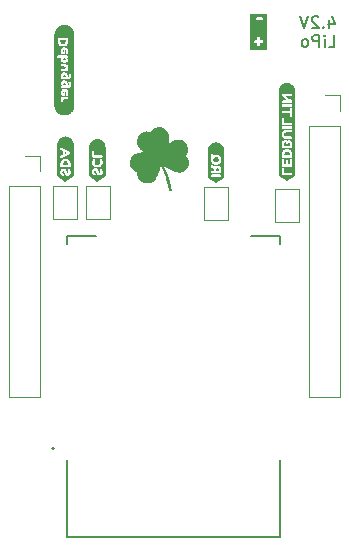
<source format=gbr>
%TF.GenerationSoftware,KiCad,Pcbnew,(6.0.7-1)-1*%
%TF.CreationDate,2022-11-20T21:12:54+11:00*%
%TF.ProjectId,esp32-clover,65737033-322d-4636-9c6f-7665722e6b69,rev?*%
%TF.SameCoordinates,Original*%
%TF.FileFunction,Legend,Bot*%
%TF.FilePolarity,Positive*%
%FSLAX46Y46*%
G04 Gerber Fmt 4.6, Leading zero omitted, Abs format (unit mm)*
G04 Created by KiCad (PCBNEW (6.0.7-1)-1) date 2022-11-20 21:12:54*
%MOMM*%
%LPD*%
G01*
G04 APERTURE LIST*
%ADD10C,0.150000*%
%ADD11C,0.120000*%
%ADD12C,0.127000*%
%ADD13C,0.200000*%
G04 APERTURE END LIST*
D10*
X112602380Y-34780714D02*
X112602380Y-35447380D01*
X112840476Y-34399761D02*
X113078571Y-35114047D01*
X112459523Y-35114047D01*
X112078571Y-35352142D02*
X112030952Y-35399761D01*
X112078571Y-35447380D01*
X112126190Y-35399761D01*
X112078571Y-35352142D01*
X112078571Y-35447380D01*
X111650000Y-34542619D02*
X111602380Y-34495000D01*
X111507142Y-34447380D01*
X111269047Y-34447380D01*
X111173809Y-34495000D01*
X111126190Y-34542619D01*
X111078571Y-34637857D01*
X111078571Y-34733095D01*
X111126190Y-34875952D01*
X111697619Y-35447380D01*
X111078571Y-35447380D01*
X110792857Y-34447380D02*
X110459523Y-35447380D01*
X110126190Y-34447380D01*
X112530952Y-37057380D02*
X113007142Y-37057380D01*
X113007142Y-36057380D01*
X112197619Y-37057380D02*
X112197619Y-36390714D01*
X112197619Y-36057380D02*
X112245238Y-36105000D01*
X112197619Y-36152619D01*
X112150000Y-36105000D01*
X112197619Y-36057380D01*
X112197619Y-36152619D01*
X111721428Y-37057380D02*
X111721428Y-36057380D01*
X111340476Y-36057380D01*
X111245238Y-36105000D01*
X111197619Y-36152619D01*
X111150000Y-36247857D01*
X111150000Y-36390714D01*
X111197619Y-36485952D01*
X111245238Y-36533571D01*
X111340476Y-36581190D01*
X111721428Y-36581190D01*
X110578571Y-37057380D02*
X110673809Y-37009761D01*
X110721428Y-36962142D01*
X110769047Y-36866904D01*
X110769047Y-36581190D01*
X110721428Y-36485952D01*
X110673809Y-36438333D01*
X110578571Y-36390714D01*
X110435714Y-36390714D01*
X110340476Y-36438333D01*
X110292857Y-36485952D01*
X110245238Y-36581190D01*
X110245238Y-36866904D01*
X110292857Y-36962142D01*
X110340476Y-37009761D01*
X110435714Y-37057380D01*
X110578571Y-37057380D01*
%TO.C,kibuzzard-6379A99C*%
G36*
X92255851Y-45478088D02*
G01*
X92265895Y-45410379D01*
X92282527Y-45343980D01*
X92305587Y-45279531D01*
X92334853Y-45217653D01*
X92370043Y-45158941D01*
X92410819Y-45103962D01*
X92456788Y-45053243D01*
X92507506Y-45007275D01*
X92562485Y-44966499D01*
X92621197Y-44931309D01*
X92683075Y-44902043D01*
X92747524Y-44878983D01*
X92813923Y-44862351D01*
X92881632Y-44852307D01*
X92950000Y-44848948D01*
X93018368Y-44852307D01*
X93086077Y-44862351D01*
X93152476Y-44878983D01*
X93216925Y-44902043D01*
X93278803Y-44931309D01*
X93337515Y-44966499D01*
X93392494Y-45007275D01*
X93443212Y-45053243D01*
X93489181Y-45103962D01*
X93529957Y-45158941D01*
X93565147Y-45217653D01*
X93594413Y-45279531D01*
X93617473Y-45343980D01*
X93634105Y-45410379D01*
X93644149Y-45478088D01*
X93647508Y-45546456D01*
X93647508Y-47986047D01*
X92950000Y-48451052D01*
X92252492Y-47986047D01*
X92252492Y-47619731D01*
X92500539Y-47619731D01*
X92503962Y-47674202D01*
X92514231Y-47725697D01*
X92548164Y-47806659D01*
X92585669Y-47860237D01*
X92621983Y-47894765D01*
X92635080Y-47905481D01*
X92703541Y-47936437D01*
X92738813Y-47923638D01*
X92783908Y-47885240D01*
X92812483Y-47822137D01*
X92797600Y-47782251D01*
X92752952Y-47729268D01*
X92714256Y-47681643D01*
X92695802Y-47624493D01*
X92705856Y-47562978D01*
X92736018Y-47526068D01*
X92786289Y-47513765D01*
X92832128Y-47544126D01*
X92858917Y-47619731D01*
X92869782Y-47666761D01*
X92885706Y-47717362D01*
X92905798Y-47767964D01*
X92929164Y-47814993D01*
X92961460Y-47856517D01*
X93008341Y-47890598D01*
X93068021Y-47913369D01*
X93138714Y-47920959D01*
X93205588Y-47912294D01*
X93266508Y-47886299D01*
X93321475Y-47842973D01*
X93364801Y-47784699D01*
X93390796Y-47713856D01*
X93399461Y-47630447D01*
X93394847Y-47562134D01*
X93381006Y-47500073D01*
X93343502Y-47418515D01*
X93320880Y-47388750D01*
X93262539Y-47351840D01*
X93197055Y-47380415D01*
X93152406Y-47421492D01*
X93137523Y-47463759D01*
X93161336Y-47525672D01*
X93173242Y-47539364D01*
X93188720Y-47557818D01*
X93204198Y-47621517D01*
X93185744Y-47685811D01*
X93134547Y-47711409D01*
X93081564Y-47681048D01*
X93054180Y-47605443D01*
X93045101Y-47558116D01*
X93032153Y-47506622D01*
X93015633Y-47455127D01*
X92995839Y-47407800D01*
X92966520Y-47366277D01*
X92921425Y-47332195D01*
X92862340Y-47309424D01*
X92791052Y-47301834D01*
X92718275Y-47309573D01*
X92654725Y-47332790D01*
X92602486Y-47368509D01*
X92563642Y-47413753D01*
X92528585Y-47479502D01*
X92507551Y-47548161D01*
X92500539Y-47619731D01*
X92252492Y-47619731D01*
X92252492Y-46786889D01*
X92500539Y-46786889D01*
X92504260Y-46843741D01*
X92515422Y-46901189D01*
X92535365Y-46959827D01*
X92565428Y-47020251D01*
X92604421Y-47078443D01*
X92651153Y-47130384D01*
X92708898Y-47174884D01*
X92780931Y-47210751D01*
X92863531Y-47234415D01*
X92952977Y-47242303D01*
X93041529Y-47234564D01*
X93121450Y-47211347D01*
X93190506Y-47176074D01*
X93246466Y-47132170D01*
X93291858Y-47080527D01*
X93329214Y-47022037D01*
X93364933Y-46944117D01*
X93386364Y-46865933D01*
X93393508Y-46787484D01*
X93389192Y-46731078D01*
X93376244Y-46673779D01*
X93341120Y-46586268D01*
X93324452Y-46557693D01*
X93303020Y-46524356D01*
X93246466Y-46493400D01*
X93180386Y-46518403D01*
X93132166Y-46562456D01*
X93116092Y-46601747D01*
X93142286Y-46662468D01*
X93172647Y-46720809D01*
X93182767Y-46795818D01*
X93169373Y-46872614D01*
X93129189Y-46948218D01*
X93055370Y-47007750D01*
X93004620Y-47025609D01*
X92947619Y-47031562D01*
X92890618Y-47025609D01*
X92839867Y-47007750D01*
X92764858Y-46947028D01*
X92725567Y-46872911D01*
X92712470Y-46795818D01*
X92721995Y-46726167D01*
X92741045Y-46679137D01*
X92756523Y-46657706D01*
X92780336Y-46600556D01*
X92763667Y-46562158D01*
X92713661Y-46520784D01*
X92646986Y-46494590D01*
X92605314Y-46510664D01*
X92575548Y-46548168D01*
X92550545Y-46589245D01*
X92519589Y-46669612D01*
X92505302Y-46729292D01*
X92500539Y-46786889D01*
X92252492Y-46786889D01*
X92252492Y-46311234D01*
X92512445Y-46311234D01*
X92523756Y-46377314D01*
X92557689Y-46408865D01*
X92618411Y-46416009D01*
X93280398Y-46416009D01*
X93321475Y-46414223D01*
X93353027Y-46402912D01*
X93377137Y-46371361D01*
X93385173Y-46310043D01*
X93374160Y-46243666D01*
X93341120Y-46211222D01*
X93279208Y-46205268D01*
X92688658Y-46205268D01*
X92688658Y-45881418D01*
X92679728Y-45824268D01*
X92651748Y-45800456D01*
X92601147Y-45794503D01*
X92550545Y-45800456D01*
X92524352Y-45820697D01*
X92512445Y-45882609D01*
X92512445Y-46311234D01*
X92252492Y-46311234D01*
X92252492Y-45546456D01*
X92255851Y-45478088D01*
G37*
D11*
%TO.C,JP2*%
X92000000Y-51600000D02*
X94000000Y-51600000D01*
X94000000Y-51600000D02*
X94000000Y-48800000D01*
X92000000Y-48800000D02*
X92000000Y-51600000D01*
X94000000Y-48800000D02*
X92000000Y-48800000D01*
D12*
%TO.C,U4*%
X108400000Y-78550000D02*
X108400000Y-72050000D01*
X90400000Y-78550000D02*
X108400000Y-78550000D01*
X90400000Y-53050000D02*
X92850000Y-53050000D01*
X108400000Y-53050000D02*
X108400000Y-53700000D01*
X105950000Y-53050000D02*
X108400000Y-53050000D01*
X90400000Y-72050000D02*
X90400000Y-78550000D01*
X90400000Y-53700000D02*
X90400000Y-53050000D01*
D13*
X89300000Y-71060000D02*
G75*
G03*
X89300000Y-71060000I-100000J0D01*
G01*
D11*
%TO.C,JP3*%
X91200000Y-48800000D02*
X89200000Y-48800000D01*
X89200000Y-51600000D02*
X91200000Y-51600000D01*
X91200000Y-51600000D02*
X91200000Y-48800000D01*
X89200000Y-48800000D02*
X89200000Y-51600000D01*
%TO.C,J3*%
X88130000Y-48845000D02*
X88130000Y-66685000D01*
X88130000Y-66685000D02*
X85470000Y-66685000D01*
X85470000Y-48845000D02*
X85470000Y-66685000D01*
X88130000Y-47575000D02*
X88130000Y-46245000D01*
X88130000Y-48845000D02*
X85470000Y-48845000D01*
X88130000Y-46245000D02*
X86800000Y-46245000D01*
%TO.C,JP4*%
X110000000Y-49050000D02*
X108000000Y-49050000D01*
X110000000Y-51850000D02*
X110000000Y-49050000D01*
X108000000Y-49050000D02*
X108000000Y-51850000D01*
X108000000Y-51850000D02*
X110000000Y-51850000D01*
%TO.C,G\u002A\u002A\u002A*%
G36*
X98232936Y-43842794D02*
G01*
X98323823Y-43850038D01*
X98410612Y-43865429D01*
X98491471Y-43890272D01*
X98573210Y-43926238D01*
X98593857Y-43936867D01*
X98703696Y-44006251D01*
X98800244Y-44090139D01*
X98882441Y-44187311D01*
X98949227Y-44296550D01*
X98999543Y-44416636D01*
X99007415Y-44441457D01*
X99027915Y-44525528D01*
X99039471Y-44613482D01*
X99042068Y-44708113D01*
X99035691Y-44812214D01*
X99020324Y-44928578D01*
X98995951Y-45060000D01*
X98987576Y-45100042D01*
X98976264Y-45152481D01*
X98966377Y-45196453D01*
X98958756Y-45228243D01*
X98954243Y-45244140D01*
X98951195Y-45252852D01*
X98952013Y-45257292D01*
X98959541Y-45254903D01*
X98976112Y-45244405D01*
X99004058Y-45224518D01*
X99045711Y-45193963D01*
X99067384Y-45178143D01*
X99179620Y-45101024D01*
X99288311Y-45034245D01*
X99391147Y-44979063D01*
X99485814Y-44936739D01*
X99570000Y-44908530D01*
X99625688Y-44896861D01*
X99715721Y-44887264D01*
X99810765Y-44886081D01*
X99903099Y-44893303D01*
X99985000Y-44908925D01*
X100011668Y-44916479D01*
X100134706Y-44963194D01*
X100246709Y-45025828D01*
X100346532Y-45103217D01*
X100433032Y-45194193D01*
X100505065Y-45297590D01*
X100561488Y-45412243D01*
X100601155Y-45536986D01*
X100607981Y-45570915D01*
X100616857Y-45648718D01*
X100619332Y-45733584D01*
X100615575Y-45818958D01*
X100605757Y-45898282D01*
X100590048Y-45965000D01*
X100579991Y-45994219D01*
X100555877Y-46054099D01*
X100527890Y-46114049D01*
X100499134Y-46167629D01*
X100472713Y-46208401D01*
X100447607Y-46241803D01*
X100487836Y-46283401D01*
X100557086Y-46368553D01*
X100614126Y-46467312D01*
X100657279Y-46575649D01*
X100685781Y-46690478D01*
X100698870Y-46808710D01*
X100695781Y-46927258D01*
X100675750Y-47043035D01*
X100659857Y-47098285D01*
X100611227Y-47218164D01*
X100546873Y-47327026D01*
X100468132Y-47423755D01*
X100376346Y-47507229D01*
X100272854Y-47576332D01*
X100158996Y-47629943D01*
X100036111Y-47666945D01*
X99905540Y-47686217D01*
X99899016Y-47686676D01*
X99818164Y-47687256D01*
X99734460Y-47678025D01*
X99645452Y-47658325D01*
X99548687Y-47627500D01*
X99441712Y-47584892D01*
X99322075Y-47529843D01*
X99208886Y-47472392D01*
X99035419Y-47374592D01*
X98867900Y-47268536D01*
X98711006Y-47157245D01*
X98569416Y-47043741D01*
X98567850Y-47044968D01*
X98572939Y-47060195D01*
X98585278Y-47088660D01*
X98603730Y-47127776D01*
X98627153Y-47174952D01*
X98673731Y-47269062D01*
X98800892Y-47551553D01*
X98916716Y-47848700D01*
X99020602Y-48158759D01*
X99111951Y-48479985D01*
X99190162Y-48810635D01*
X99197686Y-48846451D01*
X99210493Y-48909678D01*
X99223131Y-48974548D01*
X99235058Y-49038026D01*
X99245729Y-49097078D01*
X99254601Y-49148667D01*
X99261130Y-49189760D01*
X99264773Y-49217322D01*
X99264985Y-49228317D01*
X99257300Y-49230556D01*
X99233382Y-49235526D01*
X99197349Y-49242236D01*
X99153350Y-49249883D01*
X99133802Y-49253173D01*
X99086130Y-49261086D01*
X99054068Y-49265993D01*
X99034520Y-49268139D01*
X99024390Y-49267770D01*
X99020582Y-49265132D01*
X99020000Y-49260470D01*
X99019688Y-49255712D01*
X99016254Y-49231255D01*
X99009525Y-49191597D01*
X99000113Y-49139873D01*
X98988635Y-49079217D01*
X98975704Y-49012763D01*
X98961934Y-48943646D01*
X98947941Y-48874999D01*
X98934338Y-48809959D01*
X98921740Y-48751658D01*
X98910762Y-48703232D01*
X98859340Y-48498321D01*
X98797887Y-48281555D01*
X98730384Y-48068383D01*
X98657844Y-47861539D01*
X98581275Y-47663758D01*
X98501689Y-47477774D01*
X98420097Y-47306322D01*
X98337509Y-47152135D01*
X98312986Y-47109270D01*
X98285295Y-47227135D01*
X98257196Y-47337222D01*
X98215282Y-47478008D01*
X98167150Y-47618929D01*
X98114038Y-47757131D01*
X98057182Y-47889757D01*
X97997821Y-48013954D01*
X97937191Y-48126865D01*
X97876531Y-48225636D01*
X97817077Y-48307412D01*
X97755934Y-48372898D01*
X97673234Y-48441554D01*
X97580400Y-48502159D01*
X97482599Y-48551383D01*
X97385000Y-48585893D01*
X97341749Y-48594761D01*
X97279998Y-48602257D01*
X97210778Y-48606850D01*
X97140653Y-48608274D01*
X97076185Y-48606262D01*
X97023938Y-48600548D01*
X96991274Y-48594180D01*
X96869769Y-48558077D01*
X96755819Y-48504551D01*
X96651351Y-48435044D01*
X96558291Y-48350992D01*
X96478566Y-48253836D01*
X96414103Y-48145014D01*
X96375524Y-48057589D01*
X96347875Y-47969522D01*
X96332122Y-47878740D01*
X96326410Y-47777477D01*
X96325000Y-47659955D01*
X96275000Y-47643877D01*
X96258742Y-47638227D01*
X96200961Y-47613441D01*
X96137473Y-47580631D01*
X96075374Y-47543649D01*
X96021760Y-47506350D01*
X95938669Y-47432468D01*
X95860016Y-47338645D01*
X95796344Y-47234648D01*
X95748243Y-47122711D01*
X95716303Y-47005067D01*
X95701114Y-46883950D01*
X95703264Y-46761593D01*
X95723344Y-46640230D01*
X95761943Y-46522095D01*
X95809642Y-46425901D01*
X95879549Y-46323242D01*
X95963240Y-46231510D01*
X96058221Y-46153390D01*
X96161995Y-46091566D01*
X96191244Y-46077685D01*
X96265338Y-46047285D01*
X96342506Y-46022980D01*
X96426097Y-46004096D01*
X96519457Y-45989956D01*
X96625936Y-45979887D01*
X96748882Y-45973211D01*
X96912763Y-45966766D01*
X96883903Y-45945883D01*
X96861350Y-45929181D01*
X96794622Y-45876034D01*
X96724771Y-45815673D01*
X96655028Y-45751244D01*
X96588624Y-45685887D01*
X96528788Y-45622747D01*
X96478751Y-45564965D01*
X96441744Y-45515687D01*
X96409564Y-45463429D01*
X96356021Y-45349178D01*
X96320319Y-45228705D01*
X96302702Y-45104370D01*
X96303413Y-44978528D01*
X96322696Y-44853540D01*
X96360794Y-44731761D01*
X96409661Y-44629789D01*
X96478673Y-44526578D01*
X96560982Y-44435941D01*
X96654756Y-44358800D01*
X96758163Y-44296078D01*
X96869369Y-44248697D01*
X96986543Y-44217579D01*
X97107851Y-44203647D01*
X97231461Y-44207824D01*
X97355540Y-44231032D01*
X97365991Y-44233799D01*
X97403945Y-44243437D01*
X97434168Y-44250502D01*
X97450884Y-44253625D01*
X97457562Y-44251023D01*
X97475876Y-44235238D01*
X97500966Y-44207695D01*
X97530016Y-44171323D01*
X97584814Y-44106511D01*
X97677045Y-44022315D01*
X97781489Y-43951861D01*
X97895392Y-43896918D01*
X98015998Y-43859256D01*
X98044962Y-43852860D01*
X98087450Y-43845368D01*
X98128115Y-43841559D01*
X98174197Y-43840884D01*
X98232936Y-43842794D01*
G37*
%TO.C,kibuzzard-6379A9B5*%
G36*
X103066278Y-46371104D02*
G01*
X103124222Y-46393924D01*
X103172641Y-46431958D01*
X103221754Y-46504438D01*
X103238125Y-46584954D01*
X103221605Y-46665321D01*
X103172045Y-46737354D01*
X103123560Y-46775057D01*
X103066212Y-46797679D01*
X103000000Y-46805219D01*
X102933788Y-46797612D01*
X102876440Y-46774792D01*
X102827955Y-46736758D01*
X102778395Y-46664279D01*
X102761875Y-46583763D01*
X102777948Y-46503396D01*
X102826169Y-46431363D01*
X102873926Y-46393660D01*
X102931473Y-46371038D01*
X102998809Y-46363497D01*
X103066278Y-46371104D01*
G37*
G36*
X102306443Y-45759010D02*
G01*
X102316478Y-45691358D01*
X102333096Y-45625016D01*
X102356137Y-45560622D01*
X102385378Y-45498797D01*
X102420538Y-45440135D01*
X102461279Y-45385203D01*
X102507208Y-45334528D01*
X102557883Y-45288599D01*
X102612816Y-45247858D01*
X102671478Y-45212697D01*
X102733303Y-45183456D01*
X102797697Y-45160416D01*
X102864039Y-45143798D01*
X102931691Y-45133763D01*
X103000000Y-45130407D01*
X103068309Y-45133763D01*
X103135961Y-45143798D01*
X103202303Y-45160416D01*
X103266697Y-45183456D01*
X103328522Y-45212697D01*
X103387184Y-45247858D01*
X103442117Y-45288599D01*
X103492792Y-45334528D01*
X103538721Y-45385203D01*
X103579462Y-45440135D01*
X103614622Y-45498797D01*
X103643863Y-45560622D01*
X103666904Y-45625016D01*
X103683522Y-45691358D01*
X103693557Y-45759010D01*
X103696912Y-45827319D01*
X103696912Y-48104985D01*
X103000000Y-48569593D01*
X102303088Y-48104985D01*
X102303088Y-47950601D01*
X102565422Y-47950601D01*
X102576733Y-48016680D01*
X102610666Y-48048232D01*
X102671387Y-48055376D01*
X103333375Y-48055376D01*
X103374452Y-48053590D01*
X103406003Y-48042279D01*
X103430113Y-48010727D01*
X103438150Y-47949410D01*
X103427137Y-47883033D01*
X103394097Y-47850588D01*
X103332184Y-47844635D01*
X102670197Y-47844635D01*
X102628525Y-47846421D01*
X102597569Y-47857732D01*
X102573459Y-47889283D01*
X102565422Y-47950601D01*
X102303088Y-47950601D01*
X102303088Y-47198721D01*
X102558278Y-47198721D01*
X102569589Y-47236821D01*
X102592806Y-47258847D01*
X102626805Y-47274458D01*
X102698640Y-47305414D01*
X102808309Y-47351716D01*
X102805928Y-47388626D01*
X102805928Y-47538644D01*
X102671387Y-47538644D01*
X102630311Y-47540430D01*
X102598759Y-47551741D01*
X102574649Y-47583293D01*
X102566613Y-47644610D01*
X102577626Y-47710690D01*
X102610666Y-47742241D01*
X102672578Y-47749385D01*
X103333375Y-47749385D01*
X103374452Y-47747599D01*
X103406003Y-47736288D01*
X103430113Y-47704736D01*
X103438150Y-47643419D01*
X103438150Y-47386244D01*
X103429683Y-47317056D01*
X103404283Y-47249190D01*
X103361950Y-47182647D01*
X103318492Y-47139190D01*
X103261938Y-47104066D01*
X103195262Y-47080849D01*
X103121444Y-47073110D01*
X103037042Y-47083032D01*
X102963223Y-47112797D01*
X102899988Y-47162407D01*
X102851172Y-47141769D01*
X102788863Y-47114782D01*
X102713059Y-47081444D01*
X102651147Y-47063585D01*
X102609475Y-47082040D01*
X102574947Y-47137404D01*
X102558278Y-47198721D01*
X102303088Y-47198721D01*
X102303088Y-46577810D01*
X102551134Y-46577810D01*
X102559320Y-46666474D01*
X102583877Y-46747920D01*
X102624804Y-46822148D01*
X102682103Y-46889158D01*
X102750713Y-46944634D01*
X102825573Y-46984260D01*
X102906685Y-47008035D01*
X102994047Y-47015960D01*
X103089743Y-47007030D01*
X103179189Y-46980241D01*
X103258514Y-46938569D01*
X103323850Y-46884991D01*
X103375940Y-46820995D01*
X103415528Y-46748069D01*
X103440531Y-46669488D01*
X103448866Y-46588526D01*
X103440903Y-46503321D01*
X103417016Y-46423922D01*
X103377205Y-46350326D01*
X103321469Y-46282535D01*
X103253529Y-46225757D01*
X103177105Y-46185201D01*
X103092199Y-46160868D01*
X102998809Y-46152757D01*
X102933060Y-46157652D01*
X102867576Y-46172336D01*
X102802356Y-46196810D01*
X102748778Y-46118229D01*
X102687461Y-46075366D01*
X102605903Y-46111085D01*
X102566613Y-46147101D01*
X102553516Y-46183713D01*
X102585663Y-46252769D01*
X102608284Y-46286107D01*
X102636859Y-46328969D01*
X102589234Y-46405831D01*
X102560659Y-46488778D01*
X102551134Y-46577810D01*
X102303088Y-46577810D01*
X102303088Y-45827319D01*
X102306443Y-45759010D01*
G37*
G36*
X103200620Y-47317188D02*
G01*
X103227409Y-47388626D01*
X103227409Y-47538644D01*
X103016669Y-47538644D01*
X103016669Y-47386244D01*
X103042863Y-47317188D01*
X103121444Y-47282660D01*
X103200620Y-47317188D01*
G37*
%TO.C,J5*%
X113530000Y-43745000D02*
X113530000Y-66665000D01*
X113530000Y-43745000D02*
X110870000Y-43745000D01*
X113530000Y-41145000D02*
X112200000Y-41145000D01*
X110870000Y-43745000D02*
X110870000Y-66665000D01*
X113530000Y-42475000D02*
X113530000Y-41145000D01*
X113530000Y-66665000D02*
X110870000Y-66665000D01*
%TO.C,JP1*%
X104000000Y-48900000D02*
X102000000Y-48900000D01*
X102000000Y-51700000D02*
X104000000Y-51700000D01*
X102000000Y-48900000D02*
X102000000Y-51700000D01*
X104000000Y-51700000D02*
X104000000Y-48900000D01*
%TO.C,kibuzzard-6379A92C*%
G36*
X109094506Y-45909549D02*
G01*
X109167283Y-45960002D01*
X109215950Y-46033077D01*
X109232172Y-46117760D01*
X109232172Y-46232060D01*
X108782116Y-46232060D01*
X108782116Y-46116569D01*
X108798040Y-46035011D01*
X108845814Y-45961788D01*
X108917698Y-45909996D01*
X109005953Y-45892732D01*
X109094506Y-45909549D01*
G37*
G36*
X108311183Y-40711949D02*
G01*
X108321149Y-40644759D01*
X108337654Y-40578871D01*
X108360537Y-40514917D01*
X108389578Y-40453514D01*
X108424498Y-40395253D01*
X108464961Y-40340696D01*
X108510576Y-40290367D01*
X108560905Y-40244752D01*
X108615462Y-40204289D01*
X108673723Y-40169369D01*
X108735126Y-40140328D01*
X108799079Y-40117445D01*
X108864968Y-40100941D01*
X108932157Y-40090974D01*
X109000000Y-40087641D01*
X109067843Y-40090974D01*
X109135032Y-40100941D01*
X109200921Y-40117445D01*
X109264874Y-40140328D01*
X109326277Y-40169369D01*
X109384538Y-40204289D01*
X109439095Y-40244752D01*
X109489424Y-40290367D01*
X109535039Y-40340696D01*
X109575502Y-40395253D01*
X109610422Y-40453514D01*
X109639463Y-40514917D01*
X109662346Y-40578871D01*
X109678851Y-40644759D01*
X109688817Y-40711949D01*
X109692150Y-40779791D01*
X109692150Y-47950926D01*
X109000000Y-48412359D01*
X108307850Y-47950926D01*
X108307850Y-47796541D01*
X108570184Y-47796541D01*
X108581495Y-47862621D01*
X108615428Y-47894172D01*
X108676150Y-47901316D01*
X109338138Y-47901316D01*
X109379214Y-47899530D01*
X109410766Y-47888219D01*
X109434876Y-47856668D01*
X109442912Y-47795351D01*
X109431899Y-47728973D01*
X109398859Y-47696529D01*
X109336947Y-47690576D01*
X108746397Y-47690576D01*
X108746397Y-47366726D01*
X108737467Y-47309576D01*
X108709488Y-47285763D01*
X108658886Y-47279810D01*
X108608284Y-47285763D01*
X108582091Y-47306004D01*
X108570184Y-47367916D01*
X108570184Y-47796541D01*
X108307850Y-47796541D01*
X108307850Y-47097644D01*
X108570184Y-47097644D01*
X108581495Y-47163724D01*
X108615428Y-47195276D01*
X108676150Y-47202419D01*
X109338138Y-47202419D01*
X109420886Y-47179797D01*
X109442912Y-47094072D01*
X109442912Y-46624966D01*
X109441127Y-46583890D01*
X109429816Y-46552338D01*
X109398264Y-46528228D01*
X109336947Y-46520191D01*
X109270867Y-46531204D01*
X109239316Y-46564244D01*
X109232172Y-46626157D01*
X109232172Y-46991679D01*
X109111919Y-46991679D01*
X109111919Y-46755935D01*
X109110133Y-46714858D01*
X109098822Y-46683307D01*
X109067270Y-46659197D01*
X109005953Y-46651160D01*
X108939873Y-46662471D01*
X108908322Y-46696404D01*
X108901178Y-46758316D01*
X108901178Y-46991679D01*
X108780925Y-46991679D01*
X108780925Y-46624966D01*
X108779139Y-46583890D01*
X108767828Y-46552338D01*
X108736277Y-46528228D01*
X108674959Y-46520191D01*
X108608880Y-46531204D01*
X108577328Y-46564244D01*
X108570184Y-46626157D01*
X108570184Y-47097644D01*
X108307850Y-47097644D01*
X108307850Y-46338026D01*
X108571375Y-46338026D01*
X108578816Y-46396961D01*
X108601141Y-46428513D01*
X108677341Y-46442801D01*
X109339328Y-46442801D01*
X109381000Y-46441015D01*
X109411956Y-46429704D01*
X109436066Y-46398152D01*
X109444103Y-46336835D01*
X109442912Y-46116569D01*
X109435136Y-46032853D01*
X109411807Y-45954347D01*
X109372926Y-45881049D01*
X109318492Y-45812960D01*
X109252710Y-45755661D01*
X109179784Y-45714733D01*
X109099715Y-45690177D01*
X109012502Y-45681991D01*
X108924953Y-45689991D01*
X108843879Y-45713989D01*
X108769279Y-45753987D01*
X108701153Y-45809983D01*
X108644375Y-45877365D01*
X108603820Y-45951519D01*
X108579486Y-46032444D01*
X108571375Y-46120141D01*
X108571375Y-46338026D01*
X108307850Y-46338026D01*
X108307850Y-45499826D01*
X108571375Y-45499826D01*
X108582686Y-45565905D01*
X108616619Y-45597457D01*
X108678531Y-45604601D01*
X109339328Y-45604601D01*
X109381000Y-45602815D01*
X109411956Y-45591504D01*
X109436066Y-45559952D01*
X109444103Y-45498635D01*
X109444103Y-45198597D01*
X109435636Y-45129541D01*
X109410236Y-45068422D01*
X109367903Y-45015241D01*
X109312870Y-44972246D01*
X109250957Y-44946449D01*
X109182166Y-44937851D01*
X109106859Y-44949161D01*
X109038100Y-44983094D01*
X108980289Y-44944068D01*
X108917979Y-44920653D01*
X108851172Y-44912847D01*
X108776096Y-44922968D01*
X108709620Y-44950154D01*
X108651742Y-44994405D01*
X108607094Y-45050960D01*
X108580305Y-45115055D01*
X108571375Y-45186691D01*
X108571375Y-45499826D01*
X108307850Y-45499826D01*
X108307850Y-44452671D01*
X108555897Y-44452671D01*
X108565422Y-44539586D01*
X108593997Y-44618168D01*
X108638050Y-44685587D01*
X108694009Y-44739016D01*
X108759196Y-44781209D01*
X108828550Y-44811347D01*
X108902071Y-44829429D01*
X108979759Y-44835457D01*
X109338138Y-44835457D01*
X109380405Y-44833671D01*
X109411956Y-44822360D01*
X109436959Y-44790213D01*
X109444103Y-44729491D01*
X109436959Y-44668769D01*
X109411956Y-44637813D01*
X109336947Y-44623526D01*
X108979759Y-44623526D01*
X108908917Y-44614596D01*
X108841647Y-44587807D01*
X108788069Y-44534229D01*
X108767828Y-44449694D01*
X108783902Y-44373792D01*
X108832122Y-44319916D01*
X108901476Y-44287769D01*
X108980950Y-44277054D01*
X109345281Y-44277054D01*
X109410766Y-44265147D01*
X109436959Y-44230619D01*
X109444103Y-44174065D01*
X109438150Y-44119891D01*
X109423863Y-44088935D01*
X109398859Y-44073457D01*
X109336947Y-44066313D01*
X108977378Y-44066313D01*
X108900583Y-44072415D01*
X108827359Y-44090721D01*
X108757708Y-44121231D01*
X108691628Y-44163944D01*
X108636711Y-44218415D01*
X108593402Y-44286579D01*
X108565273Y-44365606D01*
X108555897Y-44452671D01*
X108307850Y-44452671D01*
X108307850Y-43866288D01*
X108570184Y-43866288D01*
X108581495Y-43932368D01*
X108615428Y-43963919D01*
X108676150Y-43971063D01*
X109338138Y-43971063D01*
X109379214Y-43969277D01*
X109410766Y-43957966D01*
X109434876Y-43926415D01*
X109442912Y-43865097D01*
X109431899Y-43798720D01*
X109398859Y-43766276D01*
X109336947Y-43760322D01*
X108674959Y-43760322D01*
X108633287Y-43762108D01*
X108602331Y-43773419D01*
X108578221Y-43804971D01*
X108570184Y-43866288D01*
X108307850Y-43866288D01*
X108307850Y-43560297D01*
X108570184Y-43560297D01*
X108581495Y-43626377D01*
X108615428Y-43657929D01*
X108676150Y-43665072D01*
X109338138Y-43665072D01*
X109379214Y-43663286D01*
X109410766Y-43651976D01*
X109434876Y-43620424D01*
X109442912Y-43559107D01*
X109431899Y-43492729D01*
X109398859Y-43460285D01*
X109336947Y-43454332D01*
X108746397Y-43454332D01*
X108746397Y-43130482D01*
X108737467Y-43073332D01*
X108709488Y-43049519D01*
X108658886Y-43043566D01*
X108608284Y-43049519D01*
X108582091Y-43069760D01*
X108570184Y-43131672D01*
X108570184Y-43560297D01*
X108307850Y-43560297D01*
X108307850Y-42579222D01*
X108570184Y-42579222D01*
X108577328Y-42638158D01*
X108601736Y-42669115D01*
X108632692Y-42679830D01*
X108673769Y-42681616D01*
X109271463Y-42681616D01*
X109271463Y-42910216D01*
X109280392Y-42966176D01*
X109308372Y-42989988D01*
X109358378Y-42995941D01*
X109407789Y-42989988D01*
X109433388Y-42969747D01*
X109444103Y-42909026D01*
X109444103Y-42247038D01*
X109435173Y-42191079D01*
X109407194Y-42167266D01*
X109357188Y-42161313D01*
X109307777Y-42167266D01*
X109282178Y-42187507D01*
X109271463Y-42248229D01*
X109271463Y-42475638D01*
X108672578Y-42475638D01*
X108632097Y-42477424D01*
X108601736Y-42488140D01*
X108577328Y-42519691D01*
X108570184Y-42579222D01*
X108307850Y-42579222D01*
X108307850Y-41991054D01*
X108570184Y-41991054D01*
X108581495Y-42057133D01*
X108615428Y-42088685D01*
X108676150Y-42095829D01*
X109338138Y-42095829D01*
X109379214Y-42094043D01*
X109410766Y-42082732D01*
X109434876Y-42051180D01*
X109442912Y-41989863D01*
X109431899Y-41923486D01*
X109398859Y-41891041D01*
X109336947Y-41885088D01*
X108674959Y-41885088D01*
X108633287Y-41886874D01*
X108602331Y-41898185D01*
X108578221Y-41929736D01*
X108570184Y-41991054D01*
X108307850Y-41991054D01*
X108307850Y-41133804D01*
X108570184Y-41133804D01*
X108577328Y-41198097D01*
X108599950Y-41227863D01*
X108712133Y-41312067D01*
X108810558Y-41386084D01*
X108895225Y-41449915D01*
X108966133Y-41503559D01*
X109023283Y-41547017D01*
X109066675Y-41580288D01*
X108674959Y-41580288D01*
X108633287Y-41582074D01*
X108602331Y-41593385D01*
X108578221Y-41624936D01*
X108570184Y-41686254D01*
X108578221Y-41745785D01*
X108602331Y-41776741D01*
X108634478Y-41788052D01*
X108676150Y-41789838D01*
X109340519Y-41789838D01*
X109406598Y-41778527D01*
X109434578Y-41744594D01*
X109441722Y-41686254D01*
X109435173Y-41629699D01*
X109420291Y-41600529D01*
X109389334Y-41573144D01*
X109281880Y-41494034D01*
X109187325Y-41424184D01*
X109105668Y-41363594D01*
X109036909Y-41312265D01*
X108981049Y-41270196D01*
X108938088Y-41237388D01*
X109340519Y-41237388D01*
X109406598Y-41226077D01*
X109434578Y-41192144D01*
X109441722Y-41135590D01*
X109435769Y-41080821D01*
X109421481Y-41049865D01*
X109396478Y-41034982D01*
X109335756Y-41027838D01*
X108674959Y-41027838D01*
X108633287Y-41029624D01*
X108602331Y-41040935D01*
X108578221Y-41072486D01*
X108570184Y-41133804D01*
X108307850Y-41133804D01*
X108307850Y-40779791D01*
X108311183Y-40711949D01*
G37*
G36*
X108908322Y-45130136D02*
G01*
X108932134Y-45152163D01*
X108941659Y-45218838D01*
X108958328Y-45283132D01*
X109026789Y-45304563D01*
X109095250Y-45282536D01*
X109111919Y-45209313D01*
X109136922Y-45152163D01*
X109179784Y-45148591D01*
X109221456Y-45168236D01*
X109233363Y-45227172D01*
X109233363Y-45393860D01*
X108782116Y-45393860D01*
X108782116Y-45198597D01*
X108802356Y-45142340D01*
X108863078Y-45123588D01*
X108908322Y-45130136D01*
G37*
%TO.C,kibuzzard-6379ABD3*%
G36*
X90263109Y-36575888D02*
G01*
X90247185Y-36657445D01*
X90199411Y-36730669D01*
X90127527Y-36782461D01*
X90039272Y-36799725D01*
X89950719Y-36782907D01*
X89877942Y-36732455D01*
X89829275Y-36659380D01*
X89813053Y-36574697D01*
X89813053Y-36460397D01*
X90263109Y-36460397D01*
X90263109Y-36575888D01*
G37*
G36*
X90121425Y-40943100D02*
G01*
X90083325Y-40988344D01*
X90039272Y-40967508D01*
X90022603Y-40907977D01*
X90054155Y-40831181D01*
X90121425Y-40793081D01*
X90121425Y-40943100D01*
G37*
G36*
X90233344Y-38009995D02*
G01*
X90265491Y-38083219D01*
X90233344Y-38158228D01*
X90161906Y-38189184D01*
X90089873Y-38160609D01*
X90057131Y-38084409D01*
X90090469Y-38008805D01*
X90162502Y-37980825D01*
X90233344Y-38009995D01*
G37*
G36*
X90989298Y-42081054D02*
G01*
X90977154Y-42162922D01*
X90957045Y-42243205D01*
X90929162Y-42321130D01*
X90893777Y-42395947D01*
X90851228Y-42466936D01*
X90801926Y-42533412D01*
X90746345Y-42594736D01*
X90685022Y-42650316D01*
X90618545Y-42699618D01*
X90547557Y-42742167D01*
X90472740Y-42777553D01*
X90394814Y-42805435D01*
X90314531Y-42825545D01*
X90232664Y-42837689D01*
X90150000Y-42841750D01*
X90067336Y-42837689D01*
X89985469Y-42825545D01*
X89905186Y-42805435D01*
X89827260Y-42777553D01*
X89752443Y-42742167D01*
X89681455Y-42699618D01*
X89614978Y-42650316D01*
X89553655Y-42594736D01*
X89498074Y-42533412D01*
X89448772Y-42466936D01*
X89406223Y-42395947D01*
X89370838Y-42321130D01*
X89342955Y-42243205D01*
X89322846Y-42162922D01*
X89310702Y-42081054D01*
X89306641Y-41998391D01*
X89306641Y-41609255D01*
X89841628Y-41609255D01*
X89844605Y-41656284D01*
X89854725Y-41697956D01*
X89879133Y-41735461D01*
X89934497Y-41750344D01*
X90017841Y-41727722D01*
X90063084Y-41662238D01*
X90053559Y-41621161D01*
X90044034Y-41569369D01*
X90066656Y-41509242D01*
X90121425Y-41481263D01*
X90371456Y-41481263D01*
X90412533Y-41479477D01*
X90444084Y-41468166D01*
X90467302Y-41436019D01*
X90475041Y-41375297D01*
X90454800Y-41293144D01*
X90403603Y-41271713D01*
X89951166Y-41271713D01*
X89910089Y-41273498D01*
X89879728Y-41283619D01*
X89855618Y-41315170D01*
X89847581Y-41376488D01*
X89854427Y-41434530D01*
X89874966Y-41465784D01*
X89914256Y-41478881D01*
X89894016Y-41496145D01*
X89861869Y-41544366D01*
X89841628Y-41609255D01*
X89306641Y-41609255D01*
X89306641Y-40910953D01*
X89834484Y-40910953D01*
X89841777Y-40988195D01*
X89863655Y-41054423D01*
X89900118Y-41109639D01*
X89951166Y-41153841D01*
X90015906Y-41184202D01*
X90086302Y-41194322D01*
X90150000Y-41185243D01*
X90194648Y-41158008D01*
X90229772Y-41077641D01*
X90229772Y-40795463D01*
X90285731Y-40834753D01*
X90308353Y-40913334D01*
X90304781Y-40974949D01*
X90294066Y-41021681D01*
X90289303Y-41034778D01*
X90276206Y-41082403D01*
X90329784Y-41147888D01*
X90384553Y-41163366D01*
X90430913Y-41147515D01*
X90464027Y-41099965D01*
X90483896Y-41020714D01*
X90490519Y-40909763D01*
X90482929Y-40826568D01*
X90460158Y-40753195D01*
X90424886Y-40692325D01*
X90379791Y-40646634D01*
X90312983Y-40604963D01*
X90241149Y-40579959D01*
X90164288Y-40571625D01*
X90070956Y-40582407D01*
X89990985Y-40614752D01*
X89924377Y-40668661D01*
X89874436Y-40738709D01*
X89844472Y-40819473D01*
X89834484Y-40910953D01*
X89306641Y-40910953D01*
X89306641Y-40383506D01*
X89845200Y-40383506D01*
X89852344Y-40451372D01*
X89876752Y-40481733D01*
X89907112Y-40492448D01*
X89947594Y-40494234D01*
X90440512Y-40494234D01*
X90525907Y-40483651D01*
X90599527Y-40451901D01*
X90661373Y-40398984D01*
X90708006Y-40332839D01*
X90735986Y-40261401D01*
X90745312Y-40184672D01*
X90734299Y-40096268D01*
X90701259Y-40012031D01*
X90659290Y-39950416D01*
X90621487Y-39929878D01*
X90539334Y-39965597D01*
X90504806Y-40000720D01*
X90495281Y-40029891D01*
X90509569Y-40064419D01*
X90542609Y-40123950D01*
X90553622Y-40188244D01*
X90517903Y-40262063D01*
X90432178Y-40290638D01*
X90396459Y-40290638D01*
X90441108Y-40231999D01*
X90455991Y-40146572D01*
X90445870Y-40082080D01*
X90415509Y-40020366D01*
X90364908Y-39961430D01*
X90300812Y-39913474D01*
X90229970Y-39884701D01*
X90152381Y-39875109D01*
X90074726Y-39884767D01*
X90003685Y-39913739D01*
X89939259Y-39962025D01*
X89888327Y-40021821D01*
X89857768Y-40085321D01*
X89847581Y-40152525D01*
X89862464Y-40226344D01*
X89889848Y-40272183D01*
X89913066Y-40291828D01*
X89862464Y-40316236D01*
X89845200Y-40383506D01*
X89306641Y-40383506D01*
X89306641Y-39686991D01*
X89845200Y-39686991D01*
X89852344Y-39754856D01*
X89876752Y-39785217D01*
X89907112Y-39795933D01*
X89947594Y-39797719D01*
X90440512Y-39797719D01*
X90525907Y-39787135D01*
X90599527Y-39755385D01*
X90661373Y-39702469D01*
X90708006Y-39636323D01*
X90735986Y-39564885D01*
X90745312Y-39488156D01*
X90734299Y-39399752D01*
X90701259Y-39315516D01*
X90659290Y-39253901D01*
X90621487Y-39233363D01*
X90539334Y-39269081D01*
X90504806Y-39304205D01*
X90495281Y-39333375D01*
X90509569Y-39367903D01*
X90542609Y-39427434D01*
X90553622Y-39491728D01*
X90517903Y-39565547D01*
X90432178Y-39594122D01*
X90396459Y-39594122D01*
X90441108Y-39535484D01*
X90455991Y-39450056D01*
X90445870Y-39385564D01*
X90415509Y-39323850D01*
X90364908Y-39264914D01*
X90300812Y-39216958D01*
X90229970Y-39188185D01*
X90152381Y-39178594D01*
X90074726Y-39188251D01*
X90003685Y-39217223D01*
X89939259Y-39265509D01*
X89888327Y-39325305D01*
X89857768Y-39388805D01*
X89847581Y-39456009D01*
X89862464Y-39529828D01*
X89889848Y-39575667D01*
X89913066Y-39595313D01*
X89862464Y-39619720D01*
X89845200Y-39686991D01*
X89306641Y-39686991D01*
X89306641Y-38997619D01*
X89846391Y-38997619D01*
X89854427Y-39058043D01*
X89878537Y-39089297D01*
X89910089Y-39099417D01*
X89951166Y-39101203D01*
X90372647Y-39101203D01*
X90412533Y-39099417D01*
X90442894Y-39088106D01*
X90466111Y-39056257D01*
X90473850Y-38996428D01*
X90466706Y-38937790D01*
X90445275Y-38907131D01*
X90396459Y-38895225D01*
X90420272Y-38873794D01*
X90446466Y-38841647D01*
X90472659Y-38753541D01*
X90462539Y-38677936D01*
X90432178Y-38611459D01*
X90381577Y-38554111D01*
X90316423Y-38510124D01*
X90242406Y-38483732D01*
X90159525Y-38474934D01*
X89951166Y-38474934D01*
X89909494Y-38476720D01*
X89878537Y-38486841D01*
X89854427Y-38518392D01*
X89846391Y-38579709D01*
X89857702Y-38645789D01*
X89891634Y-38677341D01*
X89952356Y-38684484D01*
X90160716Y-38684484D01*
X90236916Y-38712464D01*
X90264300Y-38787473D01*
X90235725Y-38863673D01*
X90160716Y-38892844D01*
X89949975Y-38892844D01*
X89908898Y-38894630D01*
X89877347Y-38905941D01*
X89854130Y-38936599D01*
X89846391Y-38997619D01*
X89306641Y-38997619D01*
X89306641Y-37874859D01*
X89554688Y-37874859D01*
X89562724Y-37934986D01*
X89586834Y-37965347D01*
X89618386Y-37976658D01*
X89659462Y-37978444D01*
X89907112Y-37978444D01*
X89863357Y-38036189D01*
X89848772Y-38114175D01*
X89859223Y-38182901D01*
X89890576Y-38247790D01*
X89942831Y-38308842D01*
X90008911Y-38358121D01*
X90081737Y-38387688D01*
X90161311Y-38397544D01*
X90240818Y-38387754D01*
X90313446Y-38358385D01*
X90379195Y-38309438D01*
X90431120Y-38249245D01*
X90462274Y-38186142D01*
X90472659Y-38120128D01*
X90458372Y-38033510D01*
X90415509Y-37976063D01*
X90459265Y-37945702D01*
X90473850Y-37873669D01*
X90465813Y-37813245D01*
X90441703Y-37781991D01*
X90410152Y-37771870D01*
X90369075Y-37770084D01*
X89658272Y-37770084D01*
X89617195Y-37771870D01*
X89586834Y-37781991D01*
X89562724Y-37813542D01*
X89554688Y-37874859D01*
X89306641Y-37874859D01*
X89306641Y-37409325D01*
X89834484Y-37409325D01*
X89841777Y-37486567D01*
X89863655Y-37552795D01*
X89900118Y-37608011D01*
X89951166Y-37652212D01*
X90015906Y-37682573D01*
X90086302Y-37692694D01*
X90150000Y-37683615D01*
X90194648Y-37656380D01*
X90229772Y-37576013D01*
X90229772Y-37293834D01*
X90285731Y-37333125D01*
X90308353Y-37411706D01*
X90304781Y-37473321D01*
X90294066Y-37520053D01*
X90289303Y-37533150D01*
X90276206Y-37580775D01*
X90329784Y-37646259D01*
X90384553Y-37661737D01*
X90430913Y-37645887D01*
X90464027Y-37598337D01*
X90483896Y-37519086D01*
X90490519Y-37408134D01*
X90482929Y-37324939D01*
X90460158Y-37251567D01*
X90424886Y-37190696D01*
X90379791Y-37145006D01*
X90312983Y-37103334D01*
X90241149Y-37078331D01*
X90164288Y-37069997D01*
X90070956Y-37080779D01*
X89990985Y-37113124D01*
X89924377Y-37167033D01*
X89874436Y-37237081D01*
X89844472Y-37317845D01*
X89834484Y-37409325D01*
X89306641Y-37409325D01*
X89306641Y-36355622D01*
X89601122Y-36355622D01*
X89602313Y-36575888D01*
X89610089Y-36659603D01*
X89633418Y-36738110D01*
X89672299Y-36811408D01*
X89726733Y-36879497D01*
X89792515Y-36936796D01*
X89865441Y-36977723D01*
X89945510Y-37002280D01*
X90032723Y-37010466D01*
X90120272Y-37002466D01*
X90201346Y-36978468D01*
X90275946Y-36938470D01*
X90344072Y-36882473D01*
X90400850Y-36815092D01*
X90441405Y-36740938D01*
X90465739Y-36660013D01*
X90473850Y-36572316D01*
X90473850Y-36354431D01*
X90466409Y-36295495D01*
X90444084Y-36263944D01*
X90367884Y-36249656D01*
X89705897Y-36249656D01*
X89664225Y-36251442D01*
X89633269Y-36262753D01*
X89609159Y-36294305D01*
X89601122Y-36355622D01*
X89306641Y-36355622D01*
X89306641Y-36001609D01*
X89310702Y-35918946D01*
X89322846Y-35837078D01*
X89342955Y-35756795D01*
X89370838Y-35678870D01*
X89406223Y-35604053D01*
X89448772Y-35533064D01*
X89498074Y-35466588D01*
X89553655Y-35405264D01*
X89614978Y-35349684D01*
X89681455Y-35300382D01*
X89752443Y-35257833D01*
X89827260Y-35222447D01*
X89905186Y-35194565D01*
X89985469Y-35174455D01*
X90067336Y-35162311D01*
X90150000Y-35158250D01*
X90232664Y-35162311D01*
X90314531Y-35174455D01*
X90394814Y-35194565D01*
X90472740Y-35222447D01*
X90547557Y-35257833D01*
X90618545Y-35300382D01*
X90685022Y-35349684D01*
X90746345Y-35405264D01*
X90801926Y-35466588D01*
X90851228Y-35533064D01*
X90893777Y-35604053D01*
X90929162Y-35678870D01*
X90957045Y-35756795D01*
X90977154Y-35837078D01*
X90989298Y-35918946D01*
X90993359Y-36001609D01*
X90993359Y-41998391D01*
X90989298Y-42081054D01*
G37*
G36*
X90222628Y-40109067D02*
G01*
X90253584Y-40182886D01*
X90222033Y-40254919D01*
X90152977Y-40283494D01*
X90082730Y-40256109D01*
X90049988Y-40182291D01*
X90082134Y-40107281D01*
X90152977Y-40078706D01*
X90222628Y-40109067D01*
G37*
G36*
X90222628Y-39412552D02*
G01*
X90253584Y-39486370D01*
X90222033Y-39558403D01*
X90152977Y-39586978D01*
X90082730Y-39559594D01*
X90049988Y-39485775D01*
X90082134Y-39410766D01*
X90152977Y-39382191D01*
X90222628Y-39412552D01*
G37*
G36*
X90121425Y-37441472D02*
G01*
X90083325Y-37486716D01*
X90039272Y-37465880D01*
X90022603Y-37406348D01*
X90054155Y-37329553D01*
X90121425Y-37291453D01*
X90121425Y-37441472D01*
G37*
%TO.C,kibuzzard-6379A982*%
G36*
X90336767Y-46717994D02*
G01*
X90409544Y-46768447D01*
X90458211Y-46841521D01*
X90474433Y-46926204D01*
X90474433Y-47040504D01*
X90024377Y-47040504D01*
X90024377Y-46925014D01*
X90040301Y-46843456D01*
X90088075Y-46770233D01*
X90159959Y-46718440D01*
X90248214Y-46701176D01*
X90336767Y-46717994D01*
G37*
G36*
X90337511Y-46005851D02*
G01*
X90174395Y-46084433D01*
X90174395Y-45926079D01*
X90337511Y-46005851D01*
G37*
G36*
X89555851Y-45251287D02*
G01*
X89565895Y-45183577D01*
X89582527Y-45117179D01*
X89605587Y-45052730D01*
X89634853Y-44990852D01*
X89670043Y-44932140D01*
X89710819Y-44877160D01*
X89756787Y-44826442D01*
X89807506Y-44780474D01*
X89862485Y-44739698D01*
X89921197Y-44704507D01*
X89983075Y-44675241D01*
X90047524Y-44652181D01*
X90113923Y-44635549D01*
X90181632Y-44625505D01*
X90250000Y-44622147D01*
X90318368Y-44625505D01*
X90386077Y-44635549D01*
X90452476Y-44652181D01*
X90516925Y-44675241D01*
X90578803Y-44704507D01*
X90637515Y-44739698D01*
X90692494Y-44780474D01*
X90743213Y-44826442D01*
X90789181Y-44877160D01*
X90829957Y-44932140D01*
X90865147Y-44990852D01*
X90894413Y-45052730D01*
X90917473Y-45117179D01*
X90934105Y-45183577D01*
X90944149Y-45251287D01*
X90947508Y-45319654D01*
X90947508Y-48012848D01*
X90250000Y-48477853D01*
X89552492Y-48012848D01*
X89552492Y-47646533D01*
X89800539Y-47646533D01*
X89803962Y-47701004D01*
X89814231Y-47752498D01*
X89848164Y-47833461D01*
X89885669Y-47887039D01*
X89921983Y-47921567D01*
X89935080Y-47932283D01*
X90003541Y-47963239D01*
X90038813Y-47950440D01*
X90083908Y-47912042D01*
X90112483Y-47848939D01*
X90097600Y-47809053D01*
X90052952Y-47756070D01*
X90014256Y-47708445D01*
X89995802Y-47651295D01*
X90005856Y-47589779D01*
X90036018Y-47552870D01*
X90086289Y-47540567D01*
X90132128Y-47570928D01*
X90158917Y-47646533D01*
X90169782Y-47693562D01*
X90185706Y-47744164D01*
X90205798Y-47794765D01*
X90229164Y-47841795D01*
X90261460Y-47883318D01*
X90308341Y-47917400D01*
X90368021Y-47940170D01*
X90438714Y-47947761D01*
X90505588Y-47939096D01*
X90566508Y-47913100D01*
X90621475Y-47869775D01*
X90664801Y-47811500D01*
X90690796Y-47740658D01*
X90699461Y-47657248D01*
X90694847Y-47588936D01*
X90681006Y-47526875D01*
X90643502Y-47445317D01*
X90620880Y-47415551D01*
X90562539Y-47378642D01*
X90497055Y-47407217D01*
X90452406Y-47448293D01*
X90437523Y-47490561D01*
X90461336Y-47552473D01*
X90473242Y-47566165D01*
X90488720Y-47584620D01*
X90504198Y-47648318D01*
X90485744Y-47712612D01*
X90434547Y-47738211D01*
X90381564Y-47707850D01*
X90354180Y-47632245D01*
X90345101Y-47584918D01*
X90332153Y-47533423D01*
X90315633Y-47481929D01*
X90295839Y-47434601D01*
X90266520Y-47393078D01*
X90221425Y-47358997D01*
X90162340Y-47336226D01*
X90091052Y-47328636D01*
X90018275Y-47336375D01*
X89954725Y-47359592D01*
X89902486Y-47395311D01*
X89863642Y-47440554D01*
X89828585Y-47506303D01*
X89807551Y-47574963D01*
X89800539Y-47646533D01*
X89552492Y-47646533D01*
X89552492Y-47146470D01*
X89813636Y-47146470D01*
X89821077Y-47205406D01*
X89843402Y-47236958D01*
X89919602Y-47251245D01*
X90581589Y-47251245D01*
X90623261Y-47249459D01*
X90654217Y-47238148D01*
X90678327Y-47206597D01*
X90686364Y-47145279D01*
X90685173Y-46925014D01*
X90677397Y-46841298D01*
X90654068Y-46762791D01*
X90615187Y-46689493D01*
X90560753Y-46621404D01*
X90494971Y-46564106D01*
X90422045Y-46523178D01*
X90341976Y-46498621D01*
X90254763Y-46490436D01*
X90167214Y-46498435D01*
X90086140Y-46522434D01*
X90011540Y-46562431D01*
X89943414Y-46618428D01*
X89886636Y-46685810D01*
X89846080Y-46759963D01*
X89821747Y-46840889D01*
X89813636Y-46928586D01*
X89813636Y-47146470D01*
X89552492Y-47146470D01*
X89552492Y-45700456D01*
X89800539Y-45700456D01*
X89811255Y-45738556D01*
X89833877Y-45759987D01*
X89869595Y-45778442D01*
X89998183Y-45840354D01*
X89998183Y-46170158D01*
X89869595Y-46232070D01*
X89835067Y-46250525D01*
X89813041Y-46271956D01*
X89801730Y-46310056D01*
X89821970Y-46373754D01*
X89857689Y-46425547D01*
X89898170Y-46442811D01*
X89958892Y-46422570D01*
X90624452Y-46101101D01*
X90668505Y-46061215D01*
X90685173Y-46004661D01*
X90669695Y-45948701D01*
X90623261Y-45909411D01*
X89958892Y-45587942D01*
X89898170Y-45567701D01*
X89857391Y-45584965D01*
X89820780Y-45636758D01*
X89800539Y-45700456D01*
X89552492Y-45700456D01*
X89552492Y-45319654D01*
X89555851Y-45251287D01*
G37*
%TO.C,kibuzzard-6379AB75*%
G36*
X105896247Y-34219492D02*
G01*
X107303753Y-34219492D01*
X107303753Y-37280508D01*
X105896247Y-37280508D01*
X105896247Y-36578319D01*
X106226977Y-36578319D01*
X106234797Y-36649483D01*
X106261385Y-36687020D01*
X106341151Y-36701096D01*
X106475659Y-36701096D01*
X106475659Y-36827783D01*
X106488953Y-36907549D01*
X106528836Y-36941176D01*
X106600000Y-36949779D01*
X106671164Y-36941176D01*
X106708701Y-36912242D01*
X106722777Y-36826219D01*
X106722777Y-36701096D01*
X106858849Y-36701096D01*
X106933922Y-36688584D01*
X106965203Y-36648701D01*
X106973023Y-36577537D01*
X106964421Y-36506373D01*
X106933922Y-36468054D01*
X106847900Y-36453978D01*
X106722777Y-36453978D01*
X106722777Y-36327291D01*
X106710265Y-36247525D01*
X106670382Y-36213898D01*
X106599218Y-36205296D01*
X106528054Y-36213898D01*
X106489735Y-36242833D01*
X106480312Y-36300420D01*
X106475659Y-36328855D01*
X106475659Y-36453978D01*
X106348972Y-36453978D01*
X106269206Y-36467272D01*
X106235579Y-36507155D01*
X106226977Y-36578319D01*
X105896247Y-36578319D01*
X105896247Y-34675634D01*
X106364424Y-34675634D01*
X106373156Y-34747865D01*
X106400937Y-34786759D01*
X106480312Y-34801046D01*
X106858137Y-34801046D01*
X106929178Y-34787553D01*
X106964499Y-34747071D01*
X106972437Y-34674046D01*
X106962912Y-34602609D01*
X106932749Y-34564509D01*
X106856549Y-34550221D01*
X106478724Y-34550221D01*
X106408081Y-34563318D01*
X106373949Y-34602609D01*
X106364424Y-34675634D01*
X105896247Y-34675634D01*
X105896247Y-34219492D01*
G37*
%TD*%
M02*

</source>
